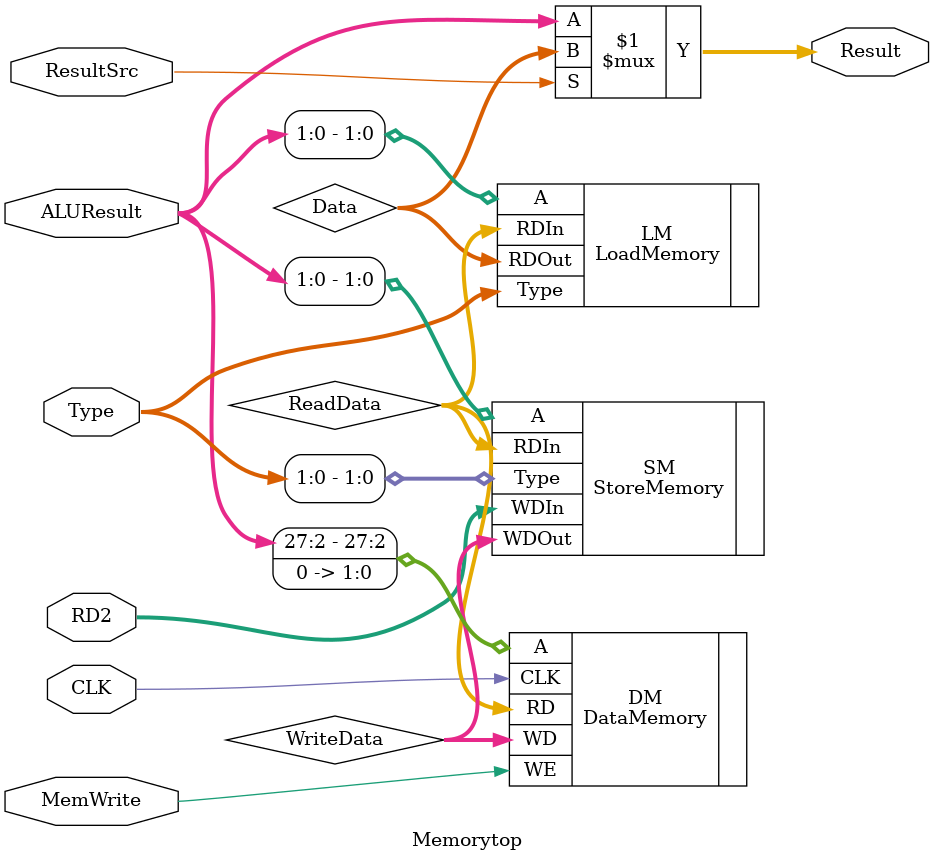
<source format=sv>
module Memorytop(
    input               CLK,
    input  logic [31:0] ALUResult,
    input  logic [31:0] RD2,
    input  logic [2:0]  Type,
    input  logic        MemWrite,
    input  logic        ResultSrc,
    output logic [31:0] Result
);

    logic [31:0] ReadData;
    logic [31:0] WriteData;
    logic [31:0] Data;

// Store Memory Module
StoreMemory SM(
    .A(ALUResult[1:0]),
    .Type(Type[1:0]),
    .RDIn(ReadData),
    .WDIn(RD2),
    .WDOut(WriteData)
);

// Data Memory Module
DataMemory DM(
    .A({{ALUResult[27:2]},{2'b00}}),
    .WD(WriteData),
    .WE(MemWrite),
    .RD(ReadData),
    .CLK(CLK)
);

// Load Memory Module
LoadMemory LM(
    .A(ALUResult[1:0]),
    .Type(Type),
    .RDIn(ReadData),
    .RDOut(Data)
);

// Output MUX
    assign Result = ResultSrc ? Data : ALUResult;


endmodule

</source>
